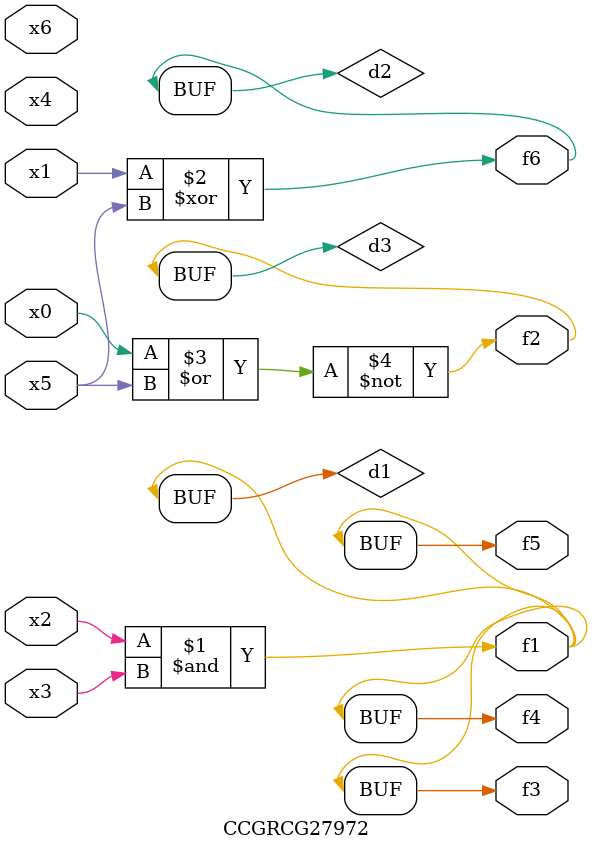
<source format=v>
module CCGRCG27972(
	input x0, x1, x2, x3, x4, x5, x6,
	output f1, f2, f3, f4, f5, f6
);

	wire d1, d2, d3;

	and (d1, x2, x3);
	xor (d2, x1, x5);
	nor (d3, x0, x5);
	assign f1 = d1;
	assign f2 = d3;
	assign f3 = d1;
	assign f4 = d1;
	assign f5 = d1;
	assign f6 = d2;
endmodule

</source>
